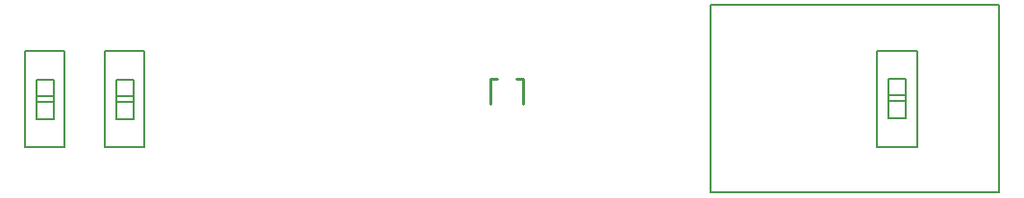
<source format=gbo>
G75*
%MOIN*%
%OFA0B0*%
%FSLAX25Y25*%
%IPPOS*%
%LPD*%
%AMOC8*
5,1,8,0,0,1.08239X$1,22.5*
%
%ADD10C,0.00500*%
%ADD11C,0.01000*%
D10*
X0040488Y0024568D02*
X0040488Y0058032D01*
X0054268Y0058032D01*
X0054268Y0024568D01*
X0040488Y0024568D01*
X0068118Y0024568D02*
X0068118Y0058032D01*
X0081898Y0058032D01*
X0081898Y0024568D01*
X0068118Y0024568D01*
X0072055Y0034213D02*
X0077961Y0034213D01*
X0077961Y0040119D01*
X0077961Y0042087D01*
X0077961Y0047993D01*
X0072055Y0047993D01*
X0072055Y0040119D01*
X0077961Y0040119D01*
X0072055Y0040119D02*
X0072055Y0034213D01*
X0050331Y0034213D02*
X0050331Y0040119D01*
X0050331Y0042087D01*
X0050331Y0047993D01*
X0044425Y0047993D01*
X0044425Y0040119D01*
X0050331Y0040119D01*
X0044425Y0040119D02*
X0044425Y0034213D01*
X0050331Y0034213D01*
X0050331Y0042087D02*
X0044425Y0042087D01*
X0072055Y0042087D02*
X0077961Y0042087D01*
X0278008Y0073800D02*
X0278008Y0008800D01*
X0378008Y0008800D01*
X0378008Y0073800D01*
X0278008Y0073800D01*
X0335918Y0058032D02*
X0335918Y0024568D01*
X0349698Y0024568D01*
X0349698Y0058032D01*
X0335918Y0058032D01*
X0339855Y0048387D02*
X0339855Y0042481D01*
X0339855Y0040513D01*
X0339855Y0034607D01*
X0345761Y0034607D01*
X0345761Y0042481D01*
X0339855Y0042481D01*
X0345761Y0042481D02*
X0345761Y0048387D01*
X0339855Y0048387D01*
X0339855Y0040513D02*
X0345761Y0040513D01*
D11*
X0213217Y0039725D02*
X0213217Y0048190D01*
X0210854Y0048190D01*
X0204161Y0048190D02*
X0201799Y0048190D01*
X0201799Y0039725D01*
M02*

</source>
